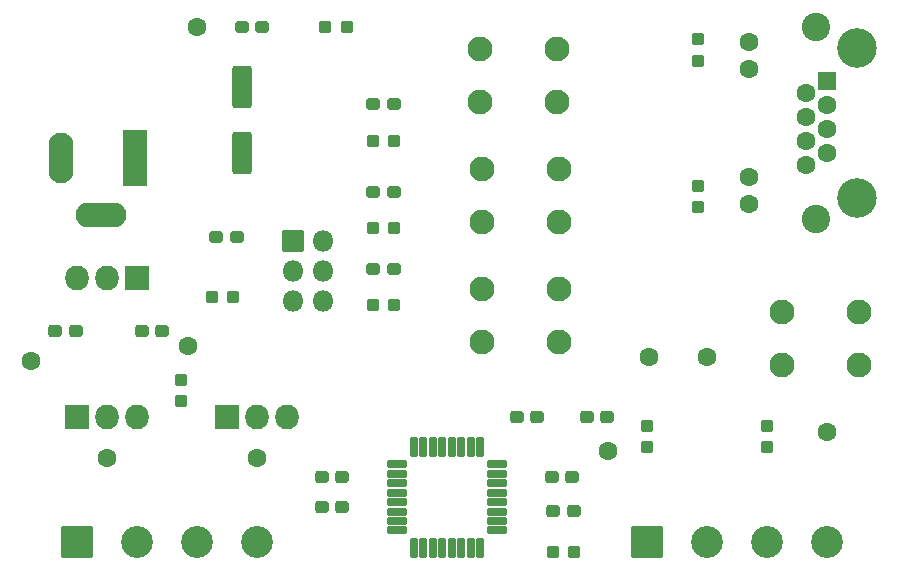
<source format=gbr>
%TF.GenerationSoftware,KiCad,Pcbnew,(6.0.0)*%
%TF.CreationDate,2022-01-26T18:23:26-07:00*%
%TF.ProjectId,PantryLights,50616e74-7279-44c6-9967-6874732e6b69,rev?*%
%TF.SameCoordinates,Original*%
%TF.FileFunction,Soldermask,Top*%
%TF.FilePolarity,Negative*%
%FSLAX46Y46*%
G04 Gerber Fmt 4.6, Leading zero omitted, Abs format (unit mm)*
G04 Created by KiCad (PCBNEW (6.0.0)) date 2022-01-26 18:23:26*
%MOMM*%
%LPD*%
G01*
G04 APERTURE LIST*
G04 Aperture macros list*
%AMRoundRect*
0 Rectangle with rounded corners*
0 $1 Rounding radius*
0 $2 $3 $4 $5 $6 $7 $8 $9 X,Y pos of 4 corners*
0 Add a 4 corners polygon primitive as box body*
4,1,4,$2,$3,$4,$5,$6,$7,$8,$9,$2,$3,0*
0 Add four circle primitives for the rounded corners*
1,1,$1+$1,$2,$3*
1,1,$1+$1,$4,$5*
1,1,$1+$1,$6,$7*
1,1,$1+$1,$8,$9*
0 Add four rect primitives between the rounded corners*
20,1,$1+$1,$2,$3,$4,$5,0*
20,1,$1+$1,$4,$5,$6,$7,0*
20,1,$1+$1,$6,$7,$8,$9,0*
20,1,$1+$1,$8,$9,$2,$3,0*%
G04 Aperture macros list end*
%ADD10RoundRect,0.288300X-0.237500X0.250000X-0.237500X-0.250000X0.237500X-0.250000X0.237500X0.250000X0*%
%ADD11RoundRect,0.288300X0.300000X0.237500X-0.300000X0.237500X-0.300000X-0.237500X0.300000X-0.237500X0*%
%ADD12RoundRect,0.050800X-0.850000X-0.850000X0.850000X-0.850000X0.850000X0.850000X-0.850000X0.850000X0*%
%ADD13O,1.801600X1.801600*%
%ADD14C,2.101600*%
%ADD15RoundRect,0.288300X-0.300000X-0.237500X0.300000X-0.237500X0.300000X0.237500X-0.300000X0.237500X0*%
%ADD16C,1.601600*%
%ADD17RoundRect,0.050800X-1.300000X-1.300000X1.300000X-1.300000X1.300000X1.300000X-1.300000X1.300000X0*%
%ADD18C,2.701600*%
%ADD19C,2.401600*%
%ADD20C,3.351600*%
%ADD21RoundRect,0.050800X-0.750000X0.750000X-0.750000X-0.750000X0.750000X-0.750000X0.750000X0.750000X0*%
%ADD22RoundRect,0.050800X-1.000000X2.300000X-1.000000X-2.300000X1.000000X-2.300000X1.000000X2.300000X0*%
%ADD23O,2.101600X4.301600*%
%ADD24O,4.301600X2.101600*%
%ADD25O,2.006600X2.101600*%
%ADD26RoundRect,0.050800X0.952500X1.000000X-0.952500X1.000000X-0.952500X-1.000000X0.952500X-1.000000X0*%
%ADD27RoundRect,0.288300X0.237500X-0.250000X0.237500X0.250000X-0.237500X0.250000X-0.237500X-0.250000X0*%
%ADD28RoundRect,0.288300X-0.250000X-0.237500X0.250000X-0.237500X0.250000X0.237500X-0.250000X0.237500X0*%
%ADD29RoundRect,0.288300X0.250000X0.237500X-0.250000X0.237500X-0.250000X-0.237500X0.250000X-0.237500X0*%
%ADD30RoundRect,0.288300X0.287500X0.237500X-0.287500X0.237500X-0.287500X-0.237500X0.287500X-0.237500X0*%
%ADD31RoundRect,0.288300X-0.287500X-0.237500X0.287500X-0.237500X0.287500X0.237500X-0.287500X0.237500X0*%
%ADD32RoundRect,0.300800X-0.550000X1.500000X-0.550000X-1.500000X0.550000X-1.500000X0.550000X1.500000X0*%
%ADD33RoundRect,0.050800X0.800000X0.275000X-0.800000X0.275000X-0.800000X-0.275000X0.800000X-0.275000X0*%
%ADD34RoundRect,0.050800X-0.275000X0.800000X-0.275000X-0.800000X0.275000X-0.800000X0.275000X0.800000X0*%
%ADD35RoundRect,0.050800X-0.952500X-1.000000X0.952500X-1.000000X0.952500X1.000000X-0.952500X1.000000X0*%
G04 APERTURE END LIST*
D10*
%TO.C,R11*%
X121285000Y-103227500D03*
X121285000Y-105052500D03*
%TD*%
D11*
%TO.C,C9*%
X154532500Y-114300000D03*
X152807500Y-114300000D03*
%TD*%
D12*
%TO.C,J5*%
X130805000Y-91455000D03*
D13*
X133345000Y-91455000D03*
X130805000Y-93995000D03*
X133345000Y-93995000D03*
X130805000Y-96535000D03*
X133345000Y-96535000D03*
%TD*%
D14*
%TO.C,SW3*%
X146610000Y-75220000D03*
X146610000Y-79720000D03*
X153110000Y-75220000D03*
X153110000Y-79720000D03*
%TD*%
%TO.C,SW2*%
X153260000Y-89880000D03*
X153260000Y-85380000D03*
X146760000Y-89880000D03*
X146760000Y-85380000D03*
%TD*%
%TO.C,SW1*%
X153260000Y-100040000D03*
X153260000Y-95540000D03*
X146760000Y-100040000D03*
X146760000Y-95540000D03*
%TD*%
D15*
%TO.C,C3*%
X112395000Y-99060000D03*
X110670000Y-99060000D03*
%TD*%
D11*
%TO.C,C2*%
X117957500Y-99060000D03*
X119682500Y-99060000D03*
%TD*%
D16*
%TO.C,TP7*%
X127710000Y-109855000D03*
%TD*%
%TO.C,TP6*%
X115010000Y-109855000D03*
%TD*%
%TO.C,TP5*%
X175970000Y-107660000D03*
%TD*%
%TO.C,TP4*%
X157480000Y-109220000D03*
%TD*%
%TO.C,TP3*%
X121920000Y-100330000D03*
%TD*%
%TO.C,TP2*%
X108585000Y-101600000D03*
%TD*%
%TO.C,TP1*%
X122630000Y-73370000D03*
%TD*%
D10*
%TO.C,R2*%
X165100000Y-88610000D03*
X165100000Y-86785000D03*
%TD*%
%TO.C,R1*%
X165100000Y-76200000D03*
X165100000Y-74375000D03*
%TD*%
D17*
%TO.C,J4*%
X160730000Y-116920000D03*
D18*
X165810000Y-116920000D03*
X170890000Y-116920000D03*
X175970000Y-116920000D03*
%TD*%
D17*
%TO.C,J3*%
X112470006Y-116920010D03*
D18*
X117550006Y-116920010D03*
X122630006Y-116920010D03*
X127710006Y-116920010D03*
%TD*%
D16*
%TO.C,J2*%
X169370000Y-88360000D03*
X169370000Y-86070000D03*
X169370000Y-76930000D03*
X169370000Y-74640000D03*
D19*
X175080000Y-73370000D03*
X175080000Y-89630000D03*
D20*
X178510000Y-87850000D03*
X178510000Y-75150000D03*
D16*
X174190000Y-85052000D03*
X174190000Y-83020000D03*
X174190000Y-80988000D03*
X174190000Y-78956000D03*
X175970000Y-84036000D03*
X175970000Y-82004000D03*
X175970000Y-79972000D03*
D21*
X175970000Y-77940000D03*
%TD*%
D22*
%TO.C,J1*%
X117425000Y-84455000D03*
D23*
X111125000Y-84455000D03*
D24*
X114525000Y-89255000D03*
%TD*%
D16*
%TO.C,Y1*%
X165810000Y-101310000D03*
X160930000Y-101310000D03*
%TD*%
D25*
%TO.C,U2*%
X112470000Y-94615000D03*
X115010000Y-94615000D03*
D26*
X117550000Y-94615000D03*
%TD*%
D14*
%TO.C,SW4*%
X172160000Y-97500000D03*
X172160000Y-102000000D03*
X178660000Y-97500000D03*
X178660000Y-102000000D03*
%TD*%
D27*
%TO.C,R6*%
X160730000Y-107105000D03*
X160730000Y-108930000D03*
%TD*%
D10*
%TO.C,R5*%
X170890000Y-107105000D03*
X170890000Y-108930000D03*
%TD*%
D28*
%TO.C,R10*%
X139344558Y-96854658D03*
X137519558Y-96854658D03*
%TD*%
%TO.C,R9*%
X139342500Y-90335270D03*
X137517500Y-90335270D03*
%TD*%
%TO.C,R8*%
X137545045Y-82980745D03*
X139370045Y-82980745D03*
%TD*%
D29*
%TO.C,R7*%
X125725000Y-96230000D03*
X123900000Y-96230000D03*
%TD*%
D28*
%TO.C,R4*%
X154582500Y-117820000D03*
X152757500Y-117820000D03*
%TD*%
%TO.C,R3*%
X135330000Y-73370000D03*
X133505000Y-73370000D03*
%TD*%
D30*
%TO.C,D5*%
X126045000Y-91150000D03*
X124295000Y-91150000D03*
%TD*%
D31*
%TO.C,D4*%
X137555000Y-79870000D03*
X139305000Y-79870000D03*
%TD*%
%TO.C,D3*%
X139305000Y-87340000D03*
X137555000Y-87340000D03*
%TD*%
%TO.C,D2*%
X139305000Y-93840000D03*
X137555000Y-93840000D03*
%TD*%
D30*
%TO.C,D1*%
X128190000Y-73370000D03*
X126440000Y-73370000D03*
%TD*%
D15*
%TO.C,C5*%
X151432500Y-106390000D03*
X149707500Y-106390000D03*
%TD*%
D11*
%TO.C,C4*%
X155650000Y-106390000D03*
X157375000Y-106390000D03*
%TD*%
D32*
%TO.C,C1*%
X126440000Y-84050000D03*
X126440000Y-78450000D03*
%TD*%
D15*
%TO.C,C8*%
X133197500Y-114010000D03*
X134922500Y-114010000D03*
%TD*%
D11*
%TO.C,C7*%
X134922500Y-111470000D03*
X133197500Y-111470000D03*
%TD*%
D15*
%TO.C,C6*%
X152702500Y-111470000D03*
X154427500Y-111470000D03*
%TD*%
D33*
%TO.C,U1*%
X148062500Y-115980000D03*
X148062500Y-115180000D03*
X148062500Y-114380000D03*
X148062500Y-113580000D03*
X148062500Y-112780000D03*
X148062500Y-111980000D03*
X148062500Y-111180000D03*
X148062500Y-110380000D03*
D34*
X146612500Y-108930000D03*
X145812500Y-108930000D03*
X145012500Y-108930000D03*
X144212500Y-108930000D03*
X143412500Y-108930000D03*
X142612500Y-108930000D03*
X141812500Y-108930000D03*
X141012500Y-108930000D03*
D33*
X139562500Y-110380000D03*
X139562500Y-111180000D03*
X139562500Y-111980000D03*
X139562500Y-112780000D03*
X139562500Y-113580000D03*
X139562500Y-114380000D03*
X139562500Y-115180000D03*
X139562500Y-115980000D03*
D34*
X141012500Y-117430000D03*
X141812500Y-117430000D03*
X142612500Y-117430000D03*
X143412500Y-117430000D03*
X144212500Y-117430000D03*
X145012500Y-117430000D03*
X145812500Y-117430000D03*
X146612500Y-117430000D03*
%TD*%
D35*
%TO.C,Q2*%
X125170000Y-106390000D03*
D25*
X127710000Y-106390000D03*
X130250000Y-106390000D03*
%TD*%
D35*
%TO.C,Q1*%
X112470000Y-106390000D03*
D25*
X115010000Y-106390000D03*
X117550000Y-106390000D03*
%TD*%
M02*

</source>
